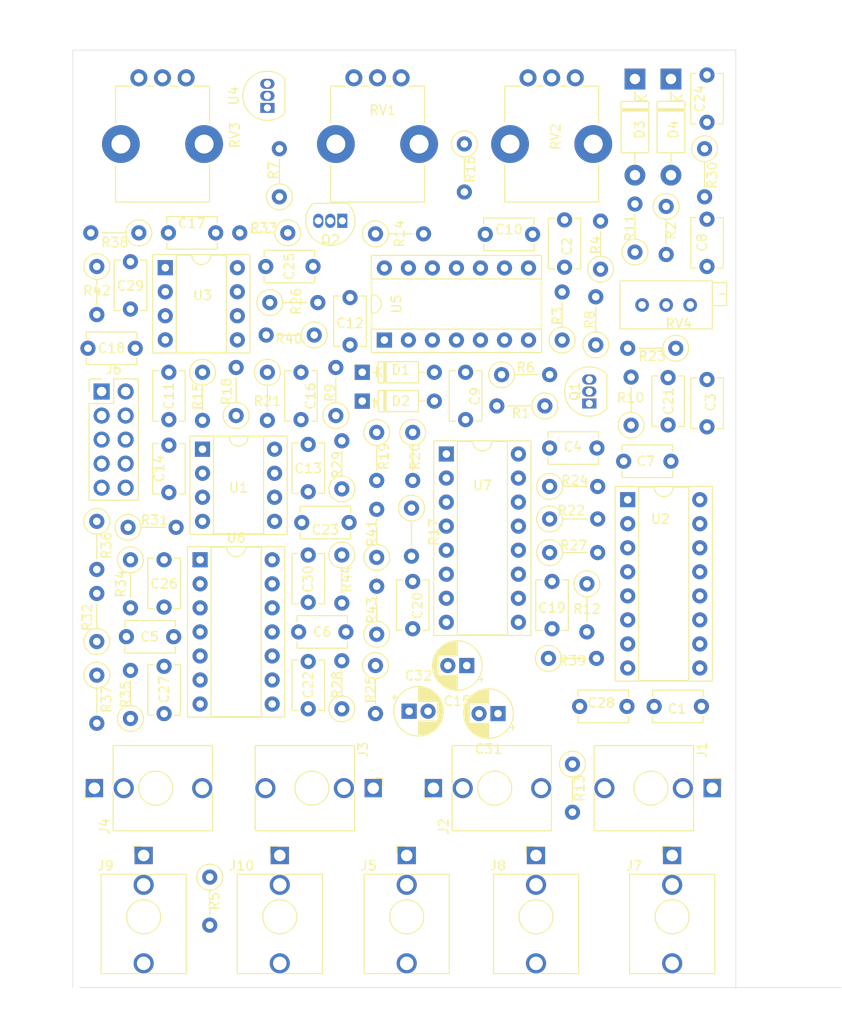
<source format=kicad_pcb>
(kicad_pcb (version 20171130) (host pcbnew "(5.1.0)-1")
  (layers (0 F.Cu signal) (31 B.Cu signal) (34 B.Paste user) (35 F.Paste user) (36 B.SilkS user) (37 F.SilkS user) (38 B.Mask user) (39 F.Mask user) (44 Edge.Cuts user))
  (net 0 "")
  (net 1 GND)
  (net 2 -12V)
  (net 3 "Net-(C2-Pad1)")
  (net 4 "Net-(C2-Pad2)")
  (net 5 +12V)
  (net 6 pin11)
  (net 7 "Net-(C4-Pad2)")
  (net 8 "Net-(C7-Pad1)")
  (net 9 -5VRef)
  (net 10 LP1)
  (net 11 pin4)
  (net 12 "Net-(C12-Pad2)")
  (net 13 "Net-(C12-Pad1)")
  (net 14 LP4)
  (net 15 "Net-(C15-Pad2)")
  (net 16 "Net-(C16-Pad1)")
  (net 17 In)
  (net 18 "Net-(C21-Pad2)")
  (net 19 "Net-(C22-Pad1)")
  (net 20 "Net-(C22-Pad2)")
  (net 21 pin13)
  (net 22 LP2)
  (net 23 "Net-(C24-Pad1)")
  (net 24 pin12)
  (net 25 LP3)
  (net 26 "Net-(C26-Pad2)")
  (net 27 "Net-(C26-Pad1)")
  (net 28 "Net-(C27-Pad1)")
  (net 29 "Net-(C27-Pad2)")
  (net 30 "Net-(C28-Pad1)")
  (net 31 pin5)
  (net 32 "Net-(C30-Pad1)")
  (net 33 "Net-(C30-Pad2)")
  (net 34 "Net-(D1-Pad1)")
  (net 35 "Net-(J1-PadTN)")
  (net 36 "Net-(J1-PadT)")
  (net 37 "Net-(J2-PadTN)")
  (net 38 "Net-(J2-PadT)")
  (net 39 "Net-(J3-PadT)")
  (net 40 "Net-(J3-PadTN)")
  (net 41 "Net-(J4-PadTN)")
  (net 42 "Net-(J5-PadTN)")
  (net 43 "Net-(J5-PadT)")
  (net 44 "Net-(J7-PadT)")
  (net 45 "Net-(J7-PadTN)")
  (net 46 "Net-(J8-PadT)")
  (net 47 "Net-(J8-PadTN)")
  (net 48 "Net-(J9-PadT)")
  (net 49 "Net-(J9-PadTN)")
  (net 50 "Net-(J10-PadTN)")
  (net 51 "Net-(J10-PadT)")
  (net 52 I_RES)
  (net 53 "Net-(Q1-Pad1)")
  (net 54 I_VCA)
  (net 55 "Net-(Q2-Pad1)")
  (net 56 "Net-(R1-Pad1)")
  (net 57 "Net-(R1-Pad2)")
  (net 58 "Net-(R2-Pad1)")
  (net 59 "Net-(R4-Pad2)")
  (net 60 "Net-(R7-Pad2)")
  (net 61 "Net-(R9-Pad1)")
  (net 62 pin2)
  (net 63 "Net-(R17-Pad1)")
  (net 64 pin15)
  (net 65 "Net-(R20-Pad2)")
  (net 66 "Net-(R22-Pad1)")
  (net 67 "Net-(R23-Pad2)")
  (net 68 pin10)
  (net 69 pin7)
  (net 70 "Net-(U2-Pad1)")
  (net 71 "Net-(U7-Pad9)")
  (net 72 "Net-(U7-Pad2)")
  (net 73 "Net-(U7-Pad10)")
  (net 74 "Net-(U7-Pad7)")
  (net 75 "Net-(U7-Pad15)")
  (net 76 "Net-(U7-Pad8)")
  (module Capacitor_THT:C_Disc_D5.1mm_W3.2mm_P5.00mm (layer F.Cu) (at 108.458 115.062)
    (fp_text reference C1 (at 2.413 0.254) (layer F.SilkS))
    (fp_text value 100n)
    (pad 1 thru_hole circle (at 0 0) (size 1.6 1.6) (drill 0.8) (layers *.Cu *.Mask) (net 1 GND))
    (pad 2 thru_hole circle (at 5 0) (size 1.6 1.6) (drill 0.8) (layers *.Cu *.Mask) (net 2 -12V))
  )
  (module Capacitor_THT:C_Disc_D5.1mm_W3.2mm_P5.00mm (layer F.Cu) (at 98.9838 63.6524 270)
    (fp_text reference C2 (at 2.794 -0.254 270) (layer F.SilkS))
    (fp_text value 560p)
    (pad 1 thru_hole circle (at 0 0 270) (size 1.6 1.6) (drill 0.8) (layers *.Cu *.Mask) (net 3 "Net-(C2-Pad1)"))
    (pad 2 thru_hole circle (at 5 0 270) (size 1.6 1.6) (drill 0.8) (layers *.Cu *.Mask) (net 4 "Net-(C2-Pad2)"))
  )
  (module Capacitor_THT:C_Disc_D5.1mm_W3.2mm_P5.00mm (layer F.Cu) (at 114.046 80.518 270)
    (fp_text reference C3 (at 2.413 -0.381 270) (layer F.SilkS))
    (fp_text value 100n)
    (pad 2 thru_hole circle (at 5 0 270) (size 1.6 1.6) (drill 0.8) (layers *.Cu *.Mask) (net 5 +12V))
    (pad 1 thru_hole circle (at 0 0 270) (size 1.6 1.6) (drill 0.8) (layers *.Cu *.Mask) (net 1 GND))
  )
  (module Capacitor_THT:C_Disc_D5.1mm_W3.2mm_P5.00mm (layer F.Cu) (at 97.409 87.757)
    (fp_text reference C4 (at 2.4638 -0.127) (layer F.SilkS))
    (fp_text value 560p)
    (pad 1 thru_hole circle (at 0 0) (size 1.6 1.6) (drill 0.8) (layers *.Cu *.Mask) (net 6 pin11))
    (pad 2 thru_hole circle (at 5 0) (size 1.6 1.6) (drill 0.8) (layers *.Cu *.Mask) (net 7 "Net-(C4-Pad2)"))
  )
  (module Capacitor_THT:C_Disc_D5.1mm_W3.2mm_P5.00mm (layer F.Cu) (at 57.658 107.696 180)
    (fp_text reference C5 (at 2.54 0 180) (layer F.SilkS))
    (fp_text value 100n)
    (pad 1 thru_hole circle (at 0 0 180) (size 1.6 1.6) (drill 0.8) (layers *.Cu *.Mask) (net 5 +12V))
    (pad 2 thru_hole circle (at 5 0 180) (size 1.6 1.6) (drill 0.8) (layers *.Cu *.Mask) (net 1 GND))
  )
  (module Capacitor_THT:C_Disc_D5.1mm_W3.2mm_P5.00mm (layer F.Cu) (at 70.866 107.188)
    (fp_text reference C6 (at 2.5 0) (layer F.SilkS))
    (fp_text value 100n)
    (pad 1 thru_hole circle (at 0 0) (size 1.6 1.6) (drill 0.8) (layers *.Cu *.Mask) (net 2 -12V))
    (pad 2 thru_hole circle (at 5 0) (size 1.6 1.6) (drill 0.8) (layers *.Cu *.Mask) (net 1 GND))
  )
  (module Capacitor_THT:C_Disc_D5.1mm_W3.2mm_P5.00mm (layer F.Cu) (at 110.236 89.154 180)
    (fp_text reference C7 (at 2.667 0 180) (layer F.SilkS))
    (fp_text value 560p)
    (pad 1 thru_hole circle (at 0 0 180) (size 1.6 1.6) (drill 0.8) (layers *.Cu *.Mask) (net 8 "Net-(C7-Pad1)"))
    (pad 2 thru_hole circle (at 5 0 180) (size 1.6 1.6) (drill 0.8) (layers *.Cu *.Mask) (net 1 GND))
  )
  (module Capacitor_THT:C_Disc_D5.1mm_W3.2mm_P5.00mm (layer F.Cu) (at 114.046 68.58 90)
    (fp_text reference C8 (at 2.54 -0.508 90) (layer F.SilkS))
    (fp_text value 220n)
    (pad 2 thru_hole circle (at 5 0 90) (size 1.6 1.6) (drill 0.8) (layers *.Cu *.Mask) (net 9 -5VRef))
    (pad 1 thru_hole circle (at 0 0 90) (size 1.6 1.6) (drill 0.8) (layers *.Cu *.Mask) (net 1 GND))
  )
  (module Capacitor_THT:C_Disc_D5.1mm_W3.2mm_P5.00mm (layer F.Cu) (at 88.519 79.756 270)
    (fp_text reference C9 (at 2.54 -1.016 270) (layer F.SilkS))
    (fp_text value 100n)
    (pad 1 thru_hole circle (at 0 0 270) (size 1.6 1.6) (drill 0.8) (layers *.Cu *.Mask) (net 5 +12V))
    (pad 2 thru_hole circle (at 5 0 270) (size 1.6 1.6) (drill 0.8) (layers *.Cu *.Mask) (net 1 GND))
  )
  (module Capacitor_THT:C_Disc_D5.1mm_W3.2mm_P5.00mm (layer F.Cu) (at 90.6018 65.1764)
    (fp_text reference C10 (at 2.5 -0.508) (layer F.SilkS))
    (fp_text value 100n)
    (pad 2 thru_hole circle (at 5 0) (size 1.6 1.6) (drill 0.8) (layers *.Cu *.Mask) (net 1 GND))
    (pad 1 thru_hole circle (at 0 0) (size 1.6 1.6) (drill 0.8) (layers *.Cu *.Mask) (net 2 -12V))
  )
  (module Capacitor_THT:C_Disc_D5.1mm_W3.2mm_P5.00mm (layer F.Cu) (at 57.15 79.756 270)
    (fp_text reference C11 (at 2.5 0 270) (layer F.SilkS))
    (fp_text value 220p)
    (pad 1 thru_hole circle (at 0 0 270) (size 1.6 1.6) (drill 0.8) (layers *.Cu *.Mask) (net 10 LP1))
    (pad 2 thru_hole circle (at 5 0 270) (size 1.6 1.6) (drill 0.8) (layers *.Cu *.Mask) (net 11 pin4))
  )
  (module Capacitor_THT:C_Disc_D5.1mm_W3.2mm_P5.00mm (layer F.Cu) (at 76.3016 76.8604 90)
    (fp_text reference C12 (at 2.286 0 180) (layer F.SilkS))
    (fp_text value 560p)
    (pad 2 thru_hole circle (at 5 0 90) (size 1.6 1.6) (drill 0.8) (layers *.Cu *.Mask) (net 12 "Net-(C12-Pad2)"))
    (pad 1 thru_hole circle (at 0 0 90) (size 1.6 1.6) (drill 0.8) (layers *.Cu *.Mask) (net 13 "Net-(C12-Pad1)"))
  )
  (module Capacitor_THT:C_Disc_D5.1mm_W3.2mm_P5.00mm (layer F.Cu) (at 71.882 87.376 270)
    (fp_text reference C13 (at 2.54 0) (layer F.SilkS))
    (fp_text value 100n)
    (pad 2 thru_hole circle (at 5 0 270) (size 1.6 1.6) (drill 0.8) (layers *.Cu *.Mask) (net 1 GND))
    (pad 1 thru_hole circle (at 0 0 270) (size 1.6 1.6) (drill 0.8) (layers *.Cu *.Mask) (net 5 +12V))
  )
  (module Capacitor_THT:C_Disc_D5.1mm_W3.2mm_P5.00mm (layer F.Cu) (at 57.15 92.456 90)
    (fp_text reference C14 (at 2.54 -1.016 90) (layer F.SilkS))
    (fp_text value 100n)
    (pad 1 thru_hole circle (at 0 0 90) (size 1.6 1.6) (drill 0.8) (layers *.Cu *.Mask) (net 2 -12V))
    (pad 2 thru_hole circle (at 5 0 90) (size 1.6 1.6) (drill 0.8) (layers *.Cu *.Mask) (net 1 GND))
  )
  (module Capacitor_THT:CP_Radial_D5.0mm_P2.00mm (layer F.Cu) (at 88.646 110.744 180)
    (fp_text reference C15 (at 1 -3.75 180) (layer F.SilkS))
    (fp_text value 4.7u)
    (pad 1 thru_hole rect (at 0 0 180) (size 1.6 1.6) (drill 0.8) (layers *.Cu *.Mask) (net 14 LP4))
    (pad 2 thru_hole circle (at 2 0 180) (size 1.6 1.6) (drill 0.8) (layers *.Cu *.Mask) (net 15 "Net-(C15-Pad2)"))
  )
  (module Capacitor_THT:C_Disc_D5.1mm_W3.2mm_P5.00mm (layer F.Cu) (at 71.12 79.756 270)
    (fp_text reference C16 (at 2.5 -1.016 270) (layer F.SilkS))
    (fp_text value 560p)
    (pad 2 thru_hole circle (at 5 0 270) (size 1.6 1.6) (drill 0.8) (layers *.Cu *.Mask) (net 1 GND))
    (pad 1 thru_hole circle (at 0 0 270) (size 1.6 1.6) (drill 0.8) (layers *.Cu *.Mask) (net 16 "Net-(C16-Pad1)"))
  )
  (module Capacitor_THT:C_Disc_D5.1mm_W3.2mm_P5.00mm (layer F.Cu) (at 62.103 65.024 180)
    (fp_text reference C17 (at 2.54 1.016 180) (layer F.SilkS))
    (fp_text value 100n)
    (pad 2 thru_hole circle (at 5 0 180) (size 1.6 1.6) (drill 0.8) (layers *.Cu *.Mask) (net 1 GND))
    (pad 1 thru_hole circle (at 0 0 180) (size 1.6 1.6) (drill 0.8) (layers *.Cu *.Mask) (net 5 +12V))
  )
  (module Capacitor_THT:C_Disc_D5.1mm_W3.2mm_P5.00mm (layer F.Cu) (at 53.594 77.216 180)
    (fp_text reference C18 (at 2.5 0 180) (layer F.SilkS))
    (fp_text value 100n)
    (pad 1 thru_hole circle (at 0 0 180) (size 1.6 1.6) (drill 0.8) (layers *.Cu *.Mask) (net 2 -12V))
    (pad 2 thru_hole circle (at 5 0 180) (size 1.6 1.6) (drill 0.8) (layers *.Cu *.Mask) (net 1 GND))
  )
  (module Capacitor_THT:C_Disc_D5.1mm_W3.2mm_P5.00mm (layer F.Cu) (at 97.663 101.854 270)
    (fp_text reference C19 (at 2.794 0) (layer F.SilkS))
    (fp_text value 100n)
    (pad 1 thru_hole circle (at 0 0 270) (size 1.6 1.6) (drill 0.8) (layers *.Cu *.Mask) (net 5 +12V))
    (pad 2 thru_hole circle (at 5 0 270) (size 1.6 1.6) (drill 0.8) (layers *.Cu *.Mask) (net 1 GND))
  )
  (module Capacitor_THT:C_Disc_D5.1mm_W3.2mm_P5.00mm (layer F.Cu) (at 82.931 101.854 270)
    (fp_text reference C20 (at 2.54 -0.508 270) (layer F.SilkS))
    (fp_text value 100n)
    (pad 2 thru_hole circle (at 5 0 270) (size 1.6 1.6) (drill 0.8) (layers *.Cu *.Mask) (net 1 GND))
    (pad 1 thru_hole circle (at 0 0 270) (size 1.6 1.6) (drill 0.8) (layers *.Cu *.Mask) (net 2 -12V))
  )
  (module Capacitor_THT:C_Disc_D5.1mm_W3.2mm_P5.00mm (layer F.Cu) (at 109.9312 80.3148 270)
    (fp_text reference C21 (at 2.5 -0.0508 270) (layer F.SilkS))
    (fp_text value 220p)
    (pad 1 thru_hole circle (at 0 0 270) (size 1.6 1.6) (drill 0.8) (layers *.Cu *.Mask) (net 17 In))
    (pad 2 thru_hole circle (at 5 0 270) (size 1.6 1.6) (drill 0.8) (layers *.Cu *.Mask) (net 18 "Net-(C21-Pad2)"))
  )
  (module Capacitor_THT:C_Disc_D5.1mm_W3.2mm_P5.00mm (layer F.Cu) (at 71.882 115.316 90)
    (fp_text reference C22 (at 2.54 0 90) (layer F.SilkS))
    (fp_text value 47p)
    (pad 1 thru_hole circle (at 0 0 90) (size 1.6 1.6) (drill 0.8) (layers *.Cu *.Mask) (net 19 "Net-(C22-Pad1)"))
    (pad 2 thru_hole circle (at 5 0 90) (size 1.6 1.6) (drill 0.8) (layers *.Cu *.Mask) (net 20 "Net-(C22-Pad2)"))
  )
  (module Capacitor_THT:C_Disc_D5.1mm_W3.2mm_P5.00mm (layer F.Cu) (at 76.2 95.631 180)
    (fp_text reference C23 (at 2.5 -0.762 180) (layer F.SilkS))
    (fp_text value 220p)
    (pad 2 thru_hole circle (at 5 0 180) (size 1.6 1.6) (drill 0.8) (layers *.Cu *.Mask) (net 21 pin13))
    (pad 1 thru_hole circle (at 0 0 180) (size 1.6 1.6) (drill 0.8) (layers *.Cu *.Mask) (net 22 LP2))
  )
  (module Capacitor_THT:C_Disc_D5.1mm_W3.2mm_P5.00mm (layer F.Cu) (at 114.046 53.34 90)
    (fp_text reference C24 (at 2.5 -0.762 90) (layer F.SilkS))
    (fp_text value 560p)
    (pad 2 thru_hole circle (at 5 0 90) (size 1.6 1.6) (drill 0.8) (layers *.Cu *.Mask) (net 1 GND))
    (pad 1 thru_hole circle (at 0 0 90) (size 1.6 1.6) (drill 0.8) (layers *.Cu *.Mask) (net 23 "Net-(C24-Pad1)"))
  )
  (module Capacitor_THT:C_Disc_D5.1mm_W3.2mm_P5.00mm (layer F.Cu) (at 72.39 68.58 180)
    (fp_text reference C25 (at 2.5 0 270) (layer F.SilkS))
    (fp_text value 220p)
    (pad 2 thru_hole circle (at 5 0 180) (size 1.6 1.6) (drill 0.8) (layers *.Cu *.Mask) (net 24 pin12))
    (pad 1 thru_hole circle (at 0 0 180) (size 1.6 1.6) (drill 0.8) (layers *.Cu *.Mask) (net 25 LP3))
  )
  (module Capacitor_THT:C_Disc_D5.1mm_W3.2mm_P5.00mm (layer F.Cu) (at 56.642 99.568 270)
    (fp_text reference C26 (at 2.54 0) (layer F.SilkS))
    (fp_text value 47p)
    (pad 2 thru_hole circle (at 5 0 270) (size 1.6 1.6) (drill 0.8) (layers *.Cu *.Mask) (net 26 "Net-(C26-Pad2)"))
    (pad 1 thru_hole circle (at 0 0 270) (size 1.6 1.6) (drill 0.8) (layers *.Cu *.Mask) (net 27 "Net-(C26-Pad1)"))
  )
  (module Capacitor_THT:C_Disc_D5.1mm_W3.2mm_P5.00mm (layer F.Cu) (at 56.642 115.824 90)
    (fp_text reference C27 (at 2.54 0 90) (layer F.SilkS))
    (fp_text value 47p)
    (pad 1 thru_hole circle (at 0 0 90) (size 1.6 1.6) (drill 0.8) (layers *.Cu *.Mask) (net 28 "Net-(C27-Pad1)"))
    (pad 2 thru_hole circle (at 5 0 90) (size 1.6 1.6) (drill 0.8) (layers *.Cu *.Mask) (net 29 "Net-(C27-Pad2)"))
  )
  (module Capacitor_THT:C_Disc_D5.1mm_W3.2mm_P5.00mm (layer F.Cu) (at 100.584 115.062)
    (fp_text reference C28 (at 2.286 -0.381) (layer F.SilkS))
    (fp_text value 560p)
    (pad 2 thru_hole circle (at 5 0) (size 1.6 1.6) (drill 0.8) (layers *.Cu *.Mask) (net 1 GND))
    (pad 1 thru_hole circle (at 0 0) (size 1.6 1.6) (drill 0.8) (layers *.Cu *.Mask) (net 30 "Net-(C28-Pad1)"))
  )
  (module Capacitor_THT:C_Disc_D5.1mm_W3.2mm_P5.00mm (layer F.Cu) (at 53.086 68.072 270)
    (fp_text reference C29 (at 2.54 0) (layer F.SilkS))
    (fp_text value 220p)
    (pad 2 thru_hole circle (at 5 0 270) (size 1.6 1.6) (drill 0.8) (layers *.Cu *.Mask) (net 31 pin5))
    (pad 1 thru_hole circle (at 0 0 270) (size 1.6 1.6) (drill 0.8) (layers *.Cu *.Mask) (net 14 LP4))
  )
  (module Capacitor_THT:C_Disc_D5.1mm_W3.2mm_P5.00mm (layer F.Cu) (at 71.882 99.06 270)
    (fp_text reference C30 (at 2.54 0 270) (layer F.SilkS))
    (fp_text value 47p)
    (pad 1 thru_hole circle (at 0 0 270) (size 1.6 1.6) (drill 0.8) (layers *.Cu *.Mask) (net 32 "Net-(C30-Pad1)"))
    (pad 2 thru_hole circle (at 5 0 270) (size 1.6 1.6) (drill 0.8) (layers *.Cu *.Mask) (net 33 "Net-(C30-Pad2)"))
  )
  (module Capacitor_THT:CP_Radial_D5.0mm_P2.00mm (layer F.Cu) (at 91.948 115.824 180)
    (fp_text reference C31 (at 1 -3.75 180) (layer F.SilkS))
    (fp_text value 47u)
    (pad 2 thru_hole circle (at 2 0 180) (size 1.6 1.6) (drill 0.8) (layers *.Cu *.Mask) (net 1 GND))
    (pad 1 thru_hole rect (at 0 0 180) (size 1.6 1.6) (drill 0.8) (layers *.Cu *.Mask) (net 5 +12V))
  )
  (module Capacitor_THT:CP_Radial_D5.0mm_P2.00mm (layer F.Cu) (at 82.55 115.57)
    (fp_text reference C32 (at 1 -3.75) (layer F.SilkS))
    (fp_text value 47u)
    (pad 1 thru_hole rect (at 0 0) (size 1.6 1.6) (drill 0.8) (layers *.Cu *.Mask) (net 1 GND))
    (pad 2 thru_hole circle (at 2 0) (size 1.6 1.6) (drill 0.8) (layers *.Cu *.Mask) (net 2 -12V))
  )
  (module Diode_THT:D_DO-35_SOD27_P7.62mm_Horizontal (layer F.Cu) (at 77.597 79.756)
    (fp_text reference D1 (at 4.064 -0.254) (layer F.SilkS))
    (fp_text value 1N4148)
    (fp_text user K (at 1.778 0) (layer F.SilkS))
    (pad 1 thru_hole rect (at 0 0) (size 1.6 1.6) (drill 0.8) (layers *.Cu *.Mask) (net 34 "Net-(D1-Pad1)"))
    (pad 2 thru_hole oval (at 7.62 0) (size 1.6 1.6) (drill 0.8) (layers *.Cu *.Mask) (net 7 "Net-(C4-Pad2)"))
  )
  (module Diode_THT:D_DO-35_SOD27_P7.62mm_Horizontal (layer F.Cu) (at 77.597 82.804)
    (fp_text reference D2 (at 4.064 0) (layer F.SilkS))
    (fp_text value 1N4148)
    (fp_text user K (at 1.524 0.254) (layer F.SilkS))
    (pad 2 thru_hole oval (at 7.62 0) (size 1.6 1.6) (drill 0.8) (layers *.Cu *.Mask) (net 34 "Net-(D1-Pad1)"))
    (pad 1 thru_hole rect (at 0 0) (size 1.6 1.6) (drill 0.8) (layers *.Cu *.Mask) (net 6 pin11))
  )
  (module Diode_THT:D_DO-41_SOD81_P10.16mm_Horizontal (layer F.Cu) (at 106.426 48.768 270)
    (fp_text reference D3 (at 5.334 -0.508 270) (layer F.SilkS))
    (fp_text value 1N5819)
    (fp_text user K (at 2.032 -0.762 270) (layer F.SilkS))
    (pad 1 thru_hole rect (at 0 0 270) (size 2.2 2.2) (drill 1.1) (layers *.Cu *.Mask) (net 5 +12V))
    (pad 2 thru_hole oval (at 10.16 0 270) (size 2.2 2.2) (drill 1.1) (layers *.Cu *.Mask) (net 1 GND))
  )
  (module Diode_THT:D_DO-41_SOD81_P10.16mm_Horizontal (layer F.Cu) (at 110.236 48.768 270)
    (fp_text reference D4 (at 5.334 -0.254 270) (layer F.SilkS))
    (fp_text value 1N5819)
    (fp_text user K (at 2.032 -0.762 270) (layer F.SilkS))
    (pad 2 thru_hole oval (at 10.16 0 270) (size 2.2 2.2) (drill 1.1) (layers *.Cu *.Mask) (net 2 -12V))
    (pad 1 thru_hole rect (at 0 0 270) (size 2.2 2.2) (drill 1.1) (layers *.Cu *.Mask) (net 1 GND))
  )
  (module Connector_Audio:Jack_3.5mm_QingPu_WQP-PJ398SM_Vertical_CircularHoles (layer F.Cu) (at 114.598332 123.698 270)
    (fp_text reference J1 (at -4.03 1.08 90) (layer F.SilkS))
    (fp_text value "CV Mod")
    (pad TN thru_hole circle (at 0 3.1 90) (size 2.13 2.13) (drill 1.42) (layers *.Cu *.Mask) (net 35 "Net-(J1-PadTN)"))
    (pad S thru_hole rect (at 0 0 90) (size 1.93 1.83) (drill 1.22) (layers *.Cu *.Mask) (net 1 GND))
    (pad T thru_hole circle (at 0 11.4 90) (size 2.13 2.13) (drill 1.43) (layers *.Cu *.Mask) (net 36 "Net-(J1-PadT)"))
  )
  (module Connector_Audio:Jack_3.5mm_QingPu_WQP-PJ398SM_Vertical_CircularHoles (layer F.Cu) (at 85.117554 123.698 90)
    (fp_text reference J2 (at -4.03 1.08 270) (layer F.SilkS))
    (fp_text value Q_CV)
    (pad TN thru_hole circle (at 0 3.1 270) (size 2.13 2.13) (drill 1.42) (layers *.Cu *.Mask) (net 37 "Net-(J2-PadTN)"))
    (pad S thru_hole rect (at 0 0 270) (size 1.93 1.83) (drill 1.22) (layers *.Cu *.Mask) (net 1 GND))
    (pad T thru_hole circle (at 0 11.4 270) (size 2.13 2.13) (drill 1.43) (layers *.Cu *.Mask) (net 38 "Net-(J2-PadT)"))
  )
  (module Connector_Audio:Jack_3.5mm_QingPu_WQP-PJ398SM_Vertical_CircularHoles (layer F.Cu) (at 78.756777 123.698 270)
    (fp_text reference J3 (at -4.03 1.08 90) (layer F.SilkS))
    (fp_text value "CV In")
    (pad T thru_hole circle (at 0 11.4 90) (size 2.13 2.13) (drill 1.43) (layers *.Cu *.Mask) (net 39 "Net-(J3-PadT)"))
    (pad S thru_hole rect (at 0 0 90) (size 1.93 1.83) (drill 1.22) (layers *.Cu *.Mask) (net 1 GND))
    (pad TN thru_hole circle (at 0 3.1 90) (size 2.13 2.13) (drill 1.42) (layers *.Cu *.Mask) (net 40 "Net-(J3-PadTN)"))
  )
  (module Connector_Audio:Jack_3.5mm_QingPu_WQP-PJ398SM_Vertical_CircularHoles (layer F.Cu) (at 49.276 123.698 90)
    (fp_text reference J4 (at -4.03 1.08 270) (layer F.SilkS))
    (fp_text value Input)
    (pad TN thru_hole circle (at 0 3.1 270) (size 2.13 2.13) (drill 1.42) (layers *.Cu *.Mask) (net 41 "Net-(J4-PadTN)"))
    (pad S thru_hole rect (at 0 0 270) (size 1.93 1.83) (drill 1.22) (layers *.Cu *.Mask) (net 1 GND))
    (pad T thru_hole circle (at 0 11.4 270) (size 2.13 2.13) (drill 1.43) (layers *.Cu *.Mask) (net 17 In))
  )
  (module Connector_Audio:Jack_3.5mm_QingPu_WQP-PJ398SM_Vertical_CircularHoles (layer F.Cu) (at 82.296 130.81)
    (fp_text reference J5 (at -4.03 1.08 180) (layer F.SilkS))
    (fp_text value VCA_CV)
    (pad TN thru_hole circle (at 0 3.1 180) (size 2.13 2.13) (drill 1.42) (layers *.Cu *.Mask) (net 42 "Net-(J5-PadTN)"))
    (pad S thru_hole rect (at 0 0 180) (size 1.93 1.83) (drill 1.22) (layers *.Cu *.Mask) (net 1 GND))
    (pad T thru_hole circle (at 0 11.4 180) (size 2.13 2.13) (drill 1.43) (layers *.Cu *.Mask) (net 43 "Net-(J5-PadT)"))
  )
  (module Connector_PinHeader_2.54mm:PinHeader_2x05_P2.54mm_Vertical (layer F.Cu) (at 50.038 81.788)
    (fp_text reference J6 (at 1.27 -2.33) (layer F.SilkS))
    (fp_text value Power)
    (pad 1 thru_hole rect (at 0 0) (size 1.7 1.7) (drill 1) (layers *.Cu *.Mask) (net 5 +12V))
    (pad 2 thru_hole oval (at 2.54 0) (size 1.7 1.7) (drill 1) (layers *.Cu *.Mask) (net 5 +12V))
    (pad 3 thru_hole oval (at 0 2.54) (size 1.7 1.7) (drill 1) (layers *.Cu *.Mask) (net 1 GND))
    (pad 4 thru_hole oval (at 2.54 2.54) (size 1.7 1.7) (drill 1) (layers *.Cu *.Mask) (net 1 GND))
    (pad 5 thru_hole oval (at 0 5.08) (size 1.7 1.7) (drill 1) (layers *.Cu *.Mask) (net 1 GND))
    (pad 6 thru_hole oval (at 2.54 5.08) (size 1.7 1.7) (drill 1) (layers *.Cu *.Mask) (net 1 GND))
    (pad 7 thru_hole oval (at 0 7.62) (size 1.7 1.7) (drill 1) (layers *.Cu *.Mask) (net 1 GND))
    (pad 8 thru_hole oval (at 2.54 7.62) (size 1.7 1.7) (drill 1) (layers *.Cu *.Mask) (net 1 GND))
    (pad 9 thru_hole oval (at 0 10.16) (size 1.7 1.7) (drill 1) (layers *.Cu *.Mask) (net 2 -12V))
    (pad 10 thru_hole oval (at 2.54 10.16) (size 1.7 1.7) (drill 1) (layers *.Cu *.Mask) (net 2 -12V))
  )
  (module Connector_Audio:Jack_3.5mm_QingPu_WQP-PJ398SM_Vertical_CircularHoles (layer F.Cu) (at 110.363 130.81)
    (fp_text reference J7 (at -4.03 1.08 180) (layer F.SilkS))
    (fp_text value "VCA Out")
    (pad T thru_hole circle (at 0 11.4 180) (size 2.13 2.13) (drill 1.43) (layers *.Cu *.Mask) (net 44 "Net-(J7-PadT)"))
    (pad S thru_hole rect (at 0 0 180) (size 1.93 1.83) (drill 1.22) (layers *.Cu *.Mask) (net 1 GND))
    (pad TN thru_hole circle (at 0 3.1 180) (size 2.13 2.13) (drill 1.42) (layers *.Cu *.Mask) (net 45 "Net-(J7-PadTN)"))
  )
  (module Connector_Audio:Jack_3.5mm_QingPu_WQP-PJ398SM_Vertical_CircularHoles (layer F.Cu) (at 95.969666 130.81)
    (fp_text reference J8 (at -4.03 1.08 180) (layer F.SilkS))
    (fp_text value "LP4 Out")
    (pad T thru_hole circle (at 0 11.4 180) (size 2.13 2.13) (drill 1.43) (layers *.Cu *.Mask) (net 46 "Net-(J8-PadT)"))
    (pad S thru_hole rect (at 0 0 180) (size 1.93 1.83) (drill 1.22) (layers *.Cu *.Mask) (net 1 GND))
    (pad TN thru_hole circle (at 0 3.1 180) (size 2.13 2.13) (drill 1.42) (layers *.Cu *.Mask) (net 47 "Net-(J8-PadTN)"))
  )
  (module Connector_Audio:Jack_3.5mm_QingPu_WQP-PJ398SM_Vertical_CircularHoles (layer F.Cu) (at 54.483 130.81)
    (fp_text reference J9 (at -4.03 1.08 180) (layer F.SilkS))
    (fp_text value "LP2 Out")
    (pad T thru_hole circle (at 0 11.4 180) (size 2.13 2.13) (drill 1.43) (layers *.Cu *.Mask) (net 48 "Net-(J9-PadT)"))
    (pad S thru_hole rect (at 0 0 180) (size 1.93 1.83) (drill 1.22) (layers *.Cu *.Mask) (net 1 GND))
    (pad TN thru_hole circle (at 0 3.1 180) (size 2.13 2.13) (drill 1.42) (layers *.Cu *.Mask) (net 49 "Net-(J9-PadTN)"))
  )
  (module Connector_Audio:Jack_3.5mm_QingPu_WQP-PJ398SM_Vertical_CircularHoles (layer F.Cu) (at 68.876333 130.81)
    (fp_text reference J10 (at -4.03 1.08 180) (layer F.SilkS))
    (fp_text value "BP2 Out")
    (pad TN thru_hole circle (at 0 3.1 180) (size 2.13 2.13) (drill 1.42) (layers *.Cu *.Mask) (net 50 "Net-(J10-PadTN)"))
    (pad S thru_hole rect (at 0 0 180) (size 1.93 1.83) (drill 1.22) (layers *.Cu *.Mask) (net 1 GND))
    (pad T thru_hole circle (at 0 11.4 180) (size 2.13 2.13) (drill 1.43) (layers *.Cu *.Mask) (net 51 "Net-(J10-PadT)"))
  )
  (module Package_TO_SOT_THT:TO-92_Inline (layer F.Cu) (at 101.6 83.058 90)
    (fp_text reference Q1 (at 1.27 -1.524 90) (layer F.SilkS))
    (fp_text value 2N3906)
    (pad 2 thru_hole oval (at 1.27 0 90) (size 1.05 1.5) (drill 0.75) (layers *.Cu *.Mask) (net 3 "Net-(C2-Pad1)"))
    (pad 3 thru_hole oval (at 2.54 0 90) (size 1.05 1.5) (drill 0.75) (layers *.Cu *.Mask) (net 52 I_RES))
    (pad 1 thru_hole rect (at 0 0 90) (size 1.05 1.5) (drill 0.75) (layers *.Cu *.Mask) (net 53 "Net-(Q1-Pad1)"))
  )
  (module Package_TO_SOT_THT:TO-92_Inline (layer F.Cu) (at 75.4888 63.754 180)
    (fp_text reference Q2 (at 1.27 -2.032 180) (layer F.SilkS))
    (fp_text value 2N3906)
    (pad 2 thru_hole oval (at 1.27 0 180) (size 1.05 1.5) (drill 0.75) (layers *.Cu *.Mask) (net 13 "Net-(C12-Pad1)"))
    (pad 3 thru_hole oval (at 2.54 0 180) (size 1.05 1.5) (drill 0.75) (layers *.Cu *.Mask) (net 54 I_VCA))
    (pad 1 thru_hole rect (at 0 0 180) (size 1.05 1.5) (drill 0.75) (layers *.Cu *.Mask) (net 55 "Net-(Q2-Pad1)"))
  )
  (module Resistor_THT:R_Axial_DIN0207_L6.3mm_D2.5mm_P5.08mm_Vertical (layer F.Cu) (at 96.901 83.312 180)
    (fp_text reference R1 (at 2.54 -0.762 180) (layer F.SilkS))
    (fp_text value 100K)
    (pad 1 thru_hole circle (at 0 0 180) (size 1.6 1.6) (drill 0.8) (layers *.Cu *.Mask) (net 56 "Net-(R1-Pad1)"))
    (pad 2 thru_hole oval (at 5.08 0 180) (size 1.6 1.6) (drill 0.8) (layers *.Cu *.Mask) (net 57 "Net-(R1-Pad2)"))
  )
  (module Resistor_THT:R_Axial_DIN0207_L6.3mm_D2.5mm_P5.08mm_Vertical (layer F.Cu) (at 109.728 62.23 270)
    (fp_text reference R2 (at 2.54 -0.508 270) (layer F.SilkS))
    (fp_text value 100K)
    (pad 1 thru_hole circle (at 0 0 270) (size 1.6 1.6) (drill 0.8) (layers *.Cu *.Mask) (net 58 "Net-(R2-Pad1)"))
    (pad 2 thru_hole oval (at 5.08 0 270) (size 1.6 1.6) (drill 0.8) (layers *.Cu *.Mask) (net 36 "Net-(J1-PadT)"))
  )
  (module Resistor_THT:R_Axial_DIN0207_L6.3mm_D2.5mm_P5.08mm_Vertical (layer F.Cu) (at 98.7298 76.3524 90)
    (fp_text reference R3 (at 2.54 -0.508 90) (layer F.SilkS))
    (fp_text value 22K)
    (pad 1 thru_hole circle (at 0 0 90) (size 1.6 1.6) (drill 0.8) (layers *.Cu *.Mask) (net 4 "Net-(C2-Pad2)"))
    (pad 2 thru_hole oval (at 5.08 0 90) (size 1.6 1.6) (drill 0.8) (layers *.Cu *.Mask) (net 38 "Net-(J2-PadT)"))
  )
  (module Resistor_THT:R_Axial_DIN0207_L6.3mm_D2.5mm_P5.08mm_Vertical (layer F.Cu) (at 102.7938 68.8594 90)
    (fp_text reference R4 (at 2.54 -0.508 90) (layer F.SilkS))
    (fp_text value 62K)
    (pad 1 thru_hole circle (at 0 0 90) (size 1.6 1.6) (drill 0.8) (layers *.Cu *.Mask) (net 4 "Net-(C2-Pad2)"))
    (pad 2 thru_hole oval (at 5.08 0 90) (size 1.6 1.6) (drill 0.8) (layers *.Cu *.Mask) (net 59 "Net-(R4-Pad2)"))
  )
  (module Resistor_THT:R_Axial_DIN0207_L6.3mm_D2.5mm_P5.08mm_Vertical (layer F.Cu) (at 61.468 133.096 270)
    (fp_text reference R5 (at 2.54 -0.508 270) (layer F.SilkS))
    (fp_text value 100K)
    (pad 2 thru_hole oval (at 5.08 0 270) (size 1.6 1.6) (drill 0.8) (layers *.Cu *.Mask) (net 39 "Net-(J3-PadT)"))
    (pad 1 thru_hole circle (at 0 0 270) (size 1.6 1.6) (drill 0.8) (layers *.Cu *.Mask) (net 7 "Net-(C4-Pad2)"))
  )
  (module Resistor_THT:R_Axial_DIN0207_L6.3mm_D2.5mm_P5.08mm_Vertical (layer F.Cu) (at 92.329 80.01)
    (fp_text reference R6 (at 2.54 -0.762) (layer F.SilkS))
    (fp_text value 100K)
    (pad 2 thru_hole oval (at 5.08 0) (size 1.6 1.6) (drill 0.8) (layers *.Cu *.Mask) (net 56 "Net-(R1-Pad1)"))
    (pad 1 thru_hole circle (at 0 0) (size 1.6 1.6) (drill 0.8) (layers *.Cu *.Mask) (net 7 "Net-(C4-Pad2)"))
  )
  (module Resistor_THT:R_Axial_DIN0207_L6.3mm_D2.5mm_P5.08mm_Vertical (layer F.Cu) (at 68.834 61.214 90)
    (fp_text reference R7 (at 2.794 -0.635 90) (layer F.SilkS))
    (fp_text value 47K)
    (pad 1 thru_hole circle (at 0 0 90) (size 1.6 1.6) (drill 0.8) (layers *.Cu *.Mask) (net 7 "Net-(C4-Pad2)"))
    (pad 2 thru_hole oval (at 5.08 0 90) (size 1.6 1.6) (drill 0.8) (layers *.Cu *.Mask) (net 60 "Net-(R7-Pad2)"))
  )
  (module Resistor_THT:R_Axial_DIN0207_L6.3mm_D2.5mm_P5.08mm_Vertical (layer F.Cu) (at 102.2858 76.8604 90)
    (fp_text reference R8 (at 2.667 -0.635 90) (layer F.SilkS))
    (fp_text value 47K)
    (pad 2 thru_hole oval (at 5.08 0 90) (size 1.6 1.6) (drill 0.8) (layers *.Cu *.Mask) (net 4 "Net-(C2-Pad2)"))
    (pad 1 thru_hole circle (at 0 0 90) (size 1.6 1.6) (drill 0.8) (layers *.Cu *.Mask) (net 53 "Net-(Q1-Pad1)"))
  )
  (module Resistor_THT:R_Axial_DIN0207_L6.3mm_D2.5mm_P5.08mm_Vertical (layer F.Cu) (at 74.803 84.328 90)
    (fp_text reference R9 (at 2.413 -0.635 90) (layer F.SilkS))
    (fp_text value 15K)
    (pad 2 thru_hole oval (at 5.08 0 90) (size 1.6 1.6) (drill 0.8) (layers *.Cu *.Mask) (net 7 "Net-(C4-Pad2)"))
    (pad 1 thru_hole circle (at 0 0 90) (size 1.6 1.6) (drill 0.8) (layers *.Cu *.Mask) (net 61 "Net-(R9-Pad1)"))
  )
  (module Resistor_THT:R_Axial_DIN0207_L6.3mm_D2.5mm_P5.08mm_Vertical (layer F.Cu) (at 106.0196 85.344 90)
    (fp_text reference R10 (at 2.8956 -0.0508 180) (layer F.SilkS))
    (fp_text value 100K)
    (pad 1 thru_hole circle (at 0 0 90) (size 1.6 1.6) (drill 0.8) (layers *.Cu *.Mask) (net 62 pin2))
    (pad 2 thru_hole oval (at 5.08 0 90) (size 1.6 1.6) (drill 0.8) (layers *.Cu *.Mask) (net 17 In))
  )
  (module Resistor_THT:R_Axial_DIN0207_L6.3mm_D2.5mm_P5.08mm_Vertical (layer F.Cu) (at 106.426 67.056 90)
    (fp_text reference R11 (at 2.54 -0.508 90) (layer F.SilkS))
    (fp_text value 6.8K)
    (pad 1 thru_hole circle (at 0 0 90) (size 1.6 1.6) (drill 0.8) (layers *.Cu *.Mask) (net 9 -5VRef))
    (pad 2 thru_hole oval (at 5.08 0 90) (size 1.6 1.6) (drill 0.8) (layers *.Cu *.Mask) (net 2 -12V))
  )
  (module Resistor_THT:R_Axial_DIN0207_L6.3mm_D2.5mm_P5.08mm_Vertical (layer F.Cu) (at 101.346 102.108 270)
    (fp_text reference R12 (at 2.667 0) (layer F.SilkS))
    (fp_text value 510R)
    (pad 1 thru_hole circle (at 0 0 270) (size 1.6 1.6) (drill 0.8) (layers *.Cu *.Mask) (net 8 "Net-(C7-Pad1)"))
    (pad 2 thru_hole oval (at 5.08 0 270) (size 1.6 1.6) (drill 0.8) (layers *.Cu *.Mask) (net 62 pin2))
  )
  (module Resistor_THT:R_Axial_DIN0207_L6.3mm_D2.5mm_P5.08mm_Vertical (layer F.Cu) (at 99.822 121.158 270)
    (fp_text reference R13 (at 2.54 -0.762 270) (layer F.SilkS))
    (fp_text value 15K)
    (pad 1 thru_hole circle (at 0 0 270) (size 1.6 1.6) (drill 0.8) (layers *.Cu *.Mask) (net 5 +12V))
    (pad 2 thru_hole oval (at 5.08 0 270) (size 1.6 1.6) (drill 0.8) (layers *.Cu *.Mask) (net 42 "Net-(J5-PadTN)"))
  )
  (module Resistor_THT:R_Axial_DIN0207_L6.3mm_D2.5mm_P5.08mm_Vertical (layer F.Cu) (at 78.994 65.1256)
    (fp_text reference R14 (at 2.54 0 90) (layer F.SilkS))
    (fp_text value 27K)
    (pad 2 thru_hole oval (at 5.08 0) (size 1.6 1.6) (drill 0.8) (layers *.Cu *.Mask) (net 43 "Net-(J5-PadT)"))
    (pad 1 thru_hole circle (at 0 0) (size 1.6 1.6) (drill 0.8) (layers *.Cu *.Mask) (net 12 "Net-(C12-Pad2)"))
  )
  (module Resistor_THT:R_Axial_DIN0207_L6.3mm_D2.5mm_P5.08mm_Vertical (layer F.Cu) (at 60.706 79.756 270)
    (fp_text reference R15 (at 2.54 0.508 270) (layer F.SilkS))
    (fp_text value 33K)
    (pad 1 thru_hole circle (at 0 0 270) (size 1.6 1.6) (drill 0.8) (layers *.Cu *.Mask) (net 62 pin2))
    (pad 2 thru_hole oval (at 5.08 0 270) (size 1.6 1.6) (drill 0.8) (layers *.Cu *.Mask) (net 10 LP1))
  )
  (module Resistor_THT:R_Axial_DIN0207_L6.3mm_D2.5mm_P5.08mm_Vertical (layer F.Cu) (at 88.392 55.626 270)
    (fp_text reference R16 (at 2.667 -0.635 270) (layer F.SilkS))
    (fp_text value 47K)
    (pad 1 thru_hole circle (at 0 0 270) (size 1.6 1.6) (drill 0.8) (layers *.Cu *.Mask) (net 55 "Net-(Q2-Pad1)"))
    (pad 2 thru_hole oval (at 5.08 0 270) (size 1.6 1.6) (drill 0.8) (layers *.Cu *.Mask) (net 12 "Net-(C12-Pad2)"))
  )
  (module Resistor_THT:R_Axial_DIN0207_L6.3mm_D2.5mm_P5.08mm_Vertical (layer F.Cu) (at 82.804 94.107 270)
    (fp_text reference R17 (at 2.54 -2.37 270) (layer F.SilkS))
    (fp_text value 100K)
    (pad 2 thru_hole oval (at 5.08 0 270) (size 1.6 1.6) (drill 0.8) (layers *.Cu *.Mask) (net 15 "Net-(C15-Pad2)"))
    (pad 1 thru_hole circle (at 0 0 270) (size 1.6 1.6) (drill 0.8) (layers *.Cu *.Mask) (net 63 "Net-(R17-Pad1)"))
  )
  (module Resistor_THT:R_Axial_DIN0207_L6.3mm_D2.5mm_P5.08mm_Vertical (layer F.Cu) (at 64.262 84.328 90)
    (fp_text reference R18 (at 2.54 -1.016 90) (layer F.SilkS))
    (fp_text value 33K)
    (pad 1 thru_hole circle (at 0 0 90) (size 1.6 1.6) (drill 0.8) (layers *.Cu *.Mask) (net 10 LP1))
    (pad 2 thru_hole oval (at 5.08 0 90) (size 1.6 1.6) (drill 0.8) (layers *.Cu *.Mask) (net 64 pin15))
  )
  (module Resistor_THT:R_Axial_DIN0207_L6.3mm_D2.5mm_P5.08mm_Vertical (layer F.Cu) (at 79.121 86.106 270)
    (fp_text reference R19 (at 2.54 -0.762 270) (layer F.SilkS))
    (fp_text value 1K)
    (pad 2 thru_hole oval (at 5.08 0 270) (size 1.6 1.6) (drill 0.8) (layers *.Cu *.Mask) (net 63 "Net-(R17-Pad1)"))
    (pad 1 thru_hole circle (at 0 0 270) (size 1.6 1.6) (drill 0.8) (layers *.Cu *.Mask) (net 1 GND))
  )
  (module Resistor_THT:R_Axial_DIN0207_L6.3mm_D2.5mm_P5.08mm_Vertical (layer F.Cu) (at 82.931 86.106 270)
    (fp_text reference R20 (at 2.54 -0.254 270) (layer F.SilkS))
    (fp_text value 1K)
    (pad 2 thru_hole oval (at 5.08 0 270) (size 1.6 1.6) (drill 0.8) (layers *.Cu *.Mask) (net 65 "Net-(R20-Pad2)"))
    (pad 1 thru_hole circle (at 0 0 270) (size 1.6 1.6) (drill 0.8) (layers *.Cu *.Mask) (net 1 GND))
  )
  (module Resistor_THT:R_Axial_DIN0207_L6.3mm_D2.5mm_P5.08mm_Vertical (layer F.Cu) (at 67.564 79.756 270)
    (fp_text reference R21 (at 3.048 0) (layer F.SilkS))
    (fp_text value 510R)
    (pad 2 thru_hole oval (at 5.08 0 270) (size 1.6 1.6) (drill 0.8) (layers *.Cu *.Mask) (net 64 pin15))
    (pad 1 thru_hole circle (at 0 0 270) (size 1.6 1.6) (drill 0.8) (layers *.Cu *.Mask) (net 16 "Net-(C16-Pad1)"))
  )
  (module Resistor_THT:R_Axial_DIN0207_L6.3mm_D2.5mm_P5.08mm_Vertical (layer F.Cu) (at 97.409 95.25)
    (fp_text reference R22 (at 2.286 -0.889) (layer F.SilkS))
    (fp_text value 1K)
    (pad 2 thru_hole oval (at 5.08 0) (size 1.6 1.6) (drill 0.8) (layers *.Cu *.Mask) (net 1 GND))
    (pad 1 thru_hole circle (at 0 0) (size 1.6 1.6) (drill 0.8) (layers *.Cu *.Mask) (net 66 "Net-(R22-Pad1)"))
  )
  (module Resistor_THT:R_Axial_DIN0207_L6.3mm_D2.5mm_P5.08mm_Vertical (layer F.Cu) (at 110.744 77.216 180)
    (fp_text reference R23 (at 2.5019 -0.8382 180) (layer F.SilkS))
    (fp_text value 1K)
    (pad 1 thru_hole circle (at 0 0 180) (size 1.6 1.6) (drill 0.8) (layers *.Cu *.Mask) (net 1 GND))
    (pad 2 thru_hole oval (at 5.08 0 180) (size 1.6 1.6) (drill 0.8) (layers *.Cu *.Mask) (net 67 "Net-(R23-Pad2)"))
  )
  (module Resistor_THT:R_Axial_DIN0207_L6.3mm_D2.5mm_P5.08mm_Vertical (layer F.Cu) (at 97.409 91.821)
    (fp_text reference R24 (at 2.667 -0.635) (layer F.SilkS))
    (fp_text value 300K)
    (pad 2 thru_hole oval (at 5.08 0) (size 1.6 1.6) (drill 0.8) (layers *.Cu *.Mask) (net 18 "Net-(C21-Pad2)"))
    (pad 1 thru_hole circle (at 0 0) (size 1.6 1.6) (drill 0.8) (layers *.Cu *.Mask) (net 67 "Net-(R23-Pad2)"))
  )
  (module Resistor_THT:R_Axial_DIN0207_L6.3mm_D2.5mm_P5.08mm_Vertical (layer F.Cu) (at 78.994 110.744 270)
    (fp_text reference R25 (at 2.54 0.508 270) (layer F.SilkS))
    (fp_text value 100K)
    (pad 1 thru_hole circle (at 0 0 270) (size 1.6 1.6) (drill 0.8) (layers *.Cu *.Mask) (net 44 "Net-(J7-PadT)"))
    (pad 2 thru_hole oval (at 5.08 0 270) (size 1.6 1.6) (drill 0.8) (layers *.Cu *.Mask) (net 20 "Net-(C22-Pad2)"))
  )
  (module Resistor_THT:R_Axial_DIN0207_L6.3mm_D2.5mm_P5.08mm_Vertical (layer F.Cu) (at 67.818 72.39)
    (fp_text reference R26 (at 2.794 -0.127 90) (layer F.SilkS))
    (fp_text value 33K)
    (pad 2 thru_hole oval (at 5.08 0) (size 1.6 1.6) (drill 0.8) (layers *.Cu *.Mask) (net 22 LP2))
    (pad 1 thru_hole circle (at 0 0) (size 1.6 1.6) (drill 0.8) (layers *.Cu *.Mask) (net 64 pin15))
  )
  (module Resistor_THT:R_Axial_DIN0207_L6.3mm_D2.5mm_P5.08mm_Vertical (layer F.Cu) (at 97.409 98.806)
    (fp_text reference R27 (at 2.54 -0.762) (layer F.SilkS))
    (fp_text value 22K)
    (pad 2 thru_hole oval (at 5.08 0) (size 1.6 1.6) (drill 0.8) (layers *.Cu *.Mask) (net 14 LP4))
    (pad 1 thru_hole circle (at 0 0) (size 1.6 1.6) (drill 0.8) (layers *.Cu *.Mask) (net 66 "Net-(R22-Pad1)"))
  )
  (module Resistor_THT:R_Axial_DIN0207_L6.3mm_D2.5mm_P5.08mm_Vertical (layer F.Cu) (at 75.438 115.316 90)
    (fp_text reference R28 (at 2.54 -0.508 90) (layer F.SilkS))
    (fp_text value 1K)
    (pad 1 thru_hole circle (at 0 0 90) (size 1.6 1.6) (drill 0.8) (layers *.Cu *.Mask) (net 19 "Net-(C22-Pad1)"))
    (pad 2 thru_hole oval (at 5.08 0 90) (size 1.6 1.6) (drill 0.8) (layers *.Cu *.Mask) (net 44 "Net-(J7-PadT)"))
  )
  (module Resistor_THT:R_Axial_DIN0207_L6.3mm_D2.5mm_P5.08mm_Vertical (layer F.Cu) (at 75.438 92.075 90)
    (fp_text reference R29 (at 2.54 -0.508 90) (layer F.SilkS))
    (fp_text value 33K)
    (pad 2 thru_hole oval (at 5.08 0 90) (size 1.6 1.6) (drill 0.8) (layers *.Cu *.Mask) (net 68 pin10))
    (pad 1 thru_hole circle (at 0 0 90) (size 1.6 1.6) (drill 0.8) (layers *.Cu *.Mask) (net 22 LP2))
  )
  (module Resistor_THT:R_Axial_DIN0207_L6.3mm_D2.5mm_P5.08mm_Vertical (layer F.Cu) (at 113.792 56.134 270)
    (fp_text reference R30 (at 2.794 -0.8128 270) (layer F.SilkS))
    (fp_text value 510R)
    (pad 1 thru_hole circle (at 0 0 270) (size 1.6 1.6) (drill 0.8) (layers *.Cu *.Mask) (net 23 "Net-(C24-Pad1)"))
    (pad 2 thru_hole oval (at 5.08 0 270) (size 1.6 1.6) (drill 0.8) (layers *.Cu *.Mask) (net 68 pin10))
  )
  (module Resistor_THT:R_Axial_DIN0207_L6.3mm_D2.5mm_P5.08mm_Vertical (layer F.Cu) (at 52.832 96.139)
    (fp_text reference R31 (at 2.794 -0.762) (layer F.SilkS))
    (fp_text value 39K)
    (pad 2 thru_hole oval (at 5.08 0) (size 1.6 1.6) (drill 0.8) (layers *.Cu *.Mask) (net 14 LP4))
    (pad 1 thru_hole circle (at 0 0) (size 1.6 1.6) (drill 0.8) (layers *.Cu *.Mask) (net 26 "Net-(C26-Pad2)"))
  )
  (module Resistor_THT:R_Axial_DIN0207_L6.3mm_D2.5mm_P5.08mm_Vertical (layer F.Cu) (at 49.53 108.204 90)
    (fp_text reference R32 (at 2.54 -1.016 90) (layer F.SilkS))
    (fp_text value 39K)
    (pad 2 thru_hole oval (at 5.08 0 90) (size 1.6 1.6) (drill 0.8) (layers *.Cu *.Mask) (net 22 LP2))
    (pad 1 thru_hole circle (at 0 0 90) (size 1.6 1.6) (drill 0.8) (layers *.Cu *.Mask) (net 29 "Net-(C27-Pad2)"))
  )
  (module Resistor_THT:R_Axial_DIN0207_L6.3mm_D2.5mm_P5.08mm_Vertical (layer F.Cu) (at 69.723 65.024 180)
    (fp_text reference R33 (at 2.54 0.508 180) (layer F.SilkS))
    (fp_text value 33K)
    (pad 2 thru_hole oval (at 5.08 0 180) (size 1.6 1.6) (drill 0.8) (layers *.Cu *.Mask) (net 25 LP3))
    (pad 1 thru_hole circle (at 0 0 180) (size 1.6 1.6) (drill 0.8) (layers *.Cu *.Mask) (net 68 pin10))
  )
  (module Resistor_THT:R_Axial_DIN0207_L6.3mm_D2.5mm_P5.08mm_Vertical (layer F.Cu) (at 53.086 99.568 270)
    (fp_text reference R34 (at 2.54 1.016 270) (layer F.SilkS))
    (fp_text value 100K)
    (pad 1 thru_hole circle (at 0 0 270) (size 1.6 1.6) (drill 0.8) (layers *.Cu *.Mask) (net 46 "Net-(J8-PadT)"))
    (pad 2 thru_hole oval (at 5.08 0 270) (size 1.6 1.6) (drill 0.8) (layers *.Cu *.Mask) (net 26 "Net-(C26-Pad2)"))
  )
  (module Resistor_THT:R_Axial_DIN0207_L6.3mm_D2.5mm_P5.08mm_Vertical (layer F.Cu) (at 53.086 116.332 90)
    (fp_text reference R35 (at 2.54 -0.508 90) (layer F.SilkS))
    (fp_text value 100K)
    (pad 1 thru_hole circle (at 0 0 90) (size 1.6 1.6) (drill 0.8) (layers *.Cu *.Mask) (net 48 "Net-(J9-PadT)"))
    (pad 2 thru_hole oval (at 5.08 0 90) (size 1.6 1.6) (drill 0.8) (layers *.Cu *.Mask) (net 29 "Net-(C27-Pad2)"))
  )
  (module Resistor_THT:R_Axial_DIN0207_L6.3mm_D2.5mm_P5.08mm_Vertical (layer F.Cu) (at 49.53 95.504 270)
    (fp_text reference R36 (at 2.54 -1.016 270) (layer F.SilkS))
    (fp_text value 1K)
    (pad 1 thru_hole circle (at 0 0 270) (size 1.6 1.6) (drill 0.8) (layers *.Cu *.Mask) (net 27 "Net-(C26-Pad1)"))
    (pad 2 thru_hole oval (at 5.08 0 270) (size 1.6 1.6) (drill 0.8) (layers *.Cu *.Mask) (net 46 "Net-(J8-PadT)"))
  )
  (module Resistor_THT:R_Axial_DIN0207_L6.3mm_D2.5mm_P5.08mm_Vertical (layer F.Cu) (at 49.53 111.76 270)
    (fp_text reference R37 (at 2.54 -1.016 270) (layer F.SilkS))
    (fp_text value 1K)
    (pad 2 thru_hole oval (at 5.08 0 270) (size 1.6 1.6) (drill 0.8) (layers *.Cu *.Mask) (net 48 "Net-(J9-PadT)"))
    (pad 1 thru_hole circle (at 0 0 270) (size 1.6 1.6) (drill 0.8) (layers *.Cu *.Mask) (net 28 "Net-(C27-Pad1)"))
  )
  (module Resistor_THT:R_Axial_DIN0207_L6.3mm_D2.5mm_P5.08mm_Vertical (layer F.Cu) (at 53.975 65.024 180)
    (fp_text reference R38 (at 2.54 -1.016 180) (layer F.SilkS))
    (fp_text value 33K)
    (pad 2 thru_hole oval (at 5.08 0 180) (size 1.6 1.6) (drill 0.8) (layers *.Cu *.Mask) (net 69 pin7))
    (pad 1 thru_hole circle (at 0 0 180) (size 1.6 1.6) (drill 0.8) (layers *.Cu *.Mask) (net 25 LP3))
  )
  (module Resistor_THT:R_Axial_DIN0207_L6.3mm_D2.5mm_P5.08mm_Vertical (layer F.Cu) (at 97.282 109.982)
    (fp_text reference R39 (at 2.54 0.254) (layer F.SilkS))
    (fp_text value 510R)
    (pad 2 thru_hole oval (at 5.08 0) (size 1.6 1.6) (drill 0.8) (layers *.Cu *.Mask) (net 69 pin7))
    (pad 1 thru_hole circle (at 0 0) (size 1.6 1.6) (drill 0.8) (layers *.Cu *.Mask) (net 30 "Net-(C28-Pad1)"))
  )
  (module Resistor_THT:R_Axial_DIN0207_L6.3mm_D2.5mm_P5.08mm_Vertical (layer F.Cu) (at 72.517 75.819 180)
    (fp_text reference R40 (at 2.667 -0.381 180) (layer F.SilkS))
    (fp_text value 39K)
    (pad 2 thru_hole oval (at 5.08 0 180) (size 1.6 1.6) (drill 0.8) (layers *.Cu *.Mask) (net 10 LP1))
    (pad 1 thru_hole circle (at 0 0 180) (size 1.6 1.6) (drill 0.8) (layers *.Cu *.Mask) (net 33 "Net-(C30-Pad2)"))
  )
  (module Resistor_THT:R_Axial_DIN0207_L6.3mm_D2.5mm_P5.08mm_Vertical (layer F.Cu) (at 79.121 99.314 90)
    (fp_text reference R41 (at 2.54 -0.508 90) (layer F.SilkS))
    (fp_text value 39K)
    (pad 1 thru_hole circle (at 0 0 90) (size 1.6 1.6) (drill 0.8) (layers *.Cu *.Mask) (net 33 "Net-(C30-Pad2)"))
    (pad 2 thru_hole oval (at 5.08 0 90) (size 1.6 1.6) (drill 0.8) (layers *.Cu *.Mask) (net 22 LP2))
  )
  (module Resistor_THT:R_Axial_DIN0207_L6.3mm_D2.5mm_P5.08mm_Vertical (layer F.Cu) (at 49.53 68.58 270)
    (fp_text reference R42 (at 2.54 0) (layer F.SilkS))
    (fp_text value 33K)
    (pad 1 thru_hole circle (at 0 0 270) (size 1.6 1.6) (drill 0.8) (layers *.Cu *.Mask) (net 69 pin7))
    (pad 2 thru_hole oval (at 5.08 0 270) (size 1.6 1.6) (drill 0.8) (layers *.Cu *.Mask) (net 14 LP4))
  )
  (module Resistor_THT:R_Axial_DIN0207_L6.3mm_D2.5mm_P5.08mm_Vertical (layer F.Cu) (at 79.121 107.442 90)
    (fp_text reference R43 (at 2.54 -0.508 90) (layer F.SilkS))
    (fp_text value 100K)
    (pad 2 thru_hole oval (at 5.08 0 90) (size 1.6 1.6) (drill 0.8) (layers *.Cu *.Mask) (net 33 "Net-(C30-Pad2)"))
    (pad 1 thru_hole circle (at 0 0 90) (size 1.6 1.6) (drill 0.8) (layers *.Cu *.Mask) (net 51 "Net-(J10-PadT)"))
  )
  (module Resistor_THT:R_Axial_DIN0207_L6.3mm_D2.5mm_P5.08mm_Vertical (layer F.Cu) (at 75.438 99.06 270)
    (fp_text reference R44 (at 2.54 -0.508 270) (layer F.SilkS))
    (fp_text value 1K)
    (pad 1 thru_hole circle (at 0 0 270) (size 1.6 1.6) (drill 0.8) (layers *.Cu *.Mask) (net 32 "Net-(C30-Pad1)"))
    (pad 2 thru_hole oval (at 5.08 0 270) (size 1.6 1.6) (drill 0.8) (layers *.Cu *.Mask) (net 51 "Net-(J10-PadT)"))
  )
  (module Potentiometer_THT:Potentiometer_Bourns_PTV09A-1_Single_Vertical (layer F.Cu) (at 76.708 48.641 270)
    (fp_text reference RV1 (at 3.429 -3.048) (layer F.SilkS))
    (fp_text value 10Kb_res)
    (pad 3 thru_hole circle (at 0 -5 270) (size 1.8 1.8) (drill 1) (layers *.Cu *.Mask) (net 1 GND))
    (pad 2 thru_hole circle (at 0 -2.5 270) (size 1.8 1.8) (drill 1) (layers *.Cu *.Mask) (net 59 "Net-(R4-Pad2)"))
    (pad 1 thru_hole circle (at 0 0 270) (size 1.8 1.8) (drill 1) (layers *.Cu *.Mask) (net 5 +12V))
    (pad "" np_thru_hole circle (at 7 -6.9 270) (size 4 4) (drill 2) (layers *.Cu *.Mask))
    (pad "" np_thru_hole circle (at 7 1.9 270) (size 4 4) (drill 2) (layers *.Cu *.Mask))
  )
  (module Potentiometer_THT:Potentiometer_Bourns_PTV09A-1_Single_Vertical (layer F.Cu) (at 95.123 48.641 270)
    (fp_text reference RV2 (at 6.223 -2.921 270) (layer F.SilkS))
    (fp_text value 10Kb_FM)
    (pad "" np_thru_hole circle (at 7 1.9 270) (size 4 4) (drill 2) (layers *.Cu *.Mask))
    (pad "" np_thru_hole circle (at 7 -6.9 270) (size 4 4) (drill 2) (layers *.Cu *.Mask))
    (pad 1 thru_hole circle (at 0 0 270) (size 1.8 1.8) (drill 1) (layers *.Cu *.Mask) (net 57 "Net-(R1-Pad2)"))
    (pad 2 thru_hole circle (at 0 -2.5 270) (size 1.8 1.8) (drill 1) (layers *.Cu *.Mask) (net 58 "Net-(R2-Pad1)"))
    (pad 3 thru_hole circle (at 0 -5 270) (size 1.8 1.8) (drill 1) (layers *.Cu *.Mask) (net 7 "Net-(C4-Pad2)"))
  )
  (module Potentiometer_THT:Potentiometer_Bourns_PTV09A-1_Single_Vertical (layer F.Cu) (at 53.975 48.641 270)
    (fp_text reference RV3 (at 6.05 -10.15 270) (layer F.SilkS))
    (fp_text value 10kb_fq)
    (pad 3 thru_hole circle (at 0 -5 270) (size 1.8 1.8) (drill 1) (layers *.Cu *.Mask) (net 9 -5VRef))
    (pad 2 thru_hole circle (at 0 -2.5 270) (size 1.8 1.8) (drill 1) (layers *.Cu *.Mask) (net 60 "Net-(R7-Pad2)"))
    (pad 1 thru_hole circle (at 0 0 270) (size 1.8 1.8) (drill 1) (layers *.Cu *.Mask) (net 1 GND))
    (pad "" np_thru_hole circle (at 7 -6.9 270) (size 4 4) (drill 2) (layers *.Cu *.Mask))
    (pad "" np_thru_hole circle (at 7 1.9 270) (size 4 4) (drill 2) (layers *.Cu *.Mask))
  )
  (module Potentiometer_THT:Potentiometer_Bourns_3296X_Horizontal (layer F.Cu) (at 107.188 72.644 180)
    (fp_text reference RV4 (at -3.8862 -1.9812 180) (layer F.SilkS))
    (fp_text value "5K trim")
    (pad 1 thru_hole circle (at 0 0 180) (size 1.44 1.44) (drill 0.8) (layers *.Cu *.Mask) (net 61 "Net-(R9-Pad1)"))
    (pad 2 thru_hole circle (at -2.54 0 180) (size 1.44 1.44) (drill 0.8) (layers *.Cu *.Mask) (net 61 "Net-(R9-Pad1)"))
    (pad 3 thru_hole circle (at -5.08 0 180) (size 1.44 1.44) (drill 0.8) (layers *.Cu *.Mask) (net 6 pin11))
  )
  (module Package_DIP:DIP-8_W7.62mm_Socket (layer F.Cu) (at 60.706 87.884)
    (fp_text reference U1 (at 3.81 4.064) (layer F.SilkS))
    (fp_text value TL072)
    (pad 1 thru_hole rect (at 0 0) (size 1.6 1.6) (drill 0.8) (layers *.Cu *.Mask) (net 10 LP1))
    (pad 5 thru_hole oval (at 7.62 7.62) (size 1.6 1.6) (drill 0.8) (layers *.Cu *.Mask) (net 1 GND))
    (pad 2 thru_hole oval (at 0 2.54) (size 1.6 1.6) (drill 0.8) (layers *.Cu *.Mask) (net 11 pin4))
    (pad 6 thru_hole oval (at 7.62 5.08) (size 1.6 1.6) (drill 0.8) (layers *.Cu *.Mask) (net 21 pin13))
    (pad 3 thru_hole oval (at 0 5.08) (size 1.6 1.6) (drill 0.8) (layers *.Cu *.Mask) (net 1 GND))
    (pad 7 thru_hole oval (at 7.62 2.54) (size 1.6 1.6) (drill 0.8) (layers *.Cu *.Mask) (net 22 LP2))
    (pad 4 thru_hole oval (at 0 7.62) (size 1.6 1.6) (drill 0.8) (layers *.Cu *.Mask) (net 2 -12V))
    (pad 8 thru_hole oval (at 7.62 0) (size 1.6 1.6) (drill 0.8) (layers *.Cu *.Mask) (net 5 +12V))
  )
  (module Package_DIP:DIP-16_W7.62mm_Socket (layer F.Cu) (at 105.664 93.218)
    (fp_text reference U2 (at 3.4544 2.032) (layer F.SilkS))
    (fp_text value SSI2164)
    (pad 16 thru_hole oval (at 7.62 0) (size 1.6 1.6) (drill 0.8) (layers *.Cu *.Mask) (net 5 +12V))
    (pad 8 thru_hole oval (at 0 17.78) (size 1.6 1.6) (drill 0.8) (layers *.Cu *.Mask) (net 1 GND))
    (pad 15 thru_hole oval (at 7.62 2.54) (size 1.6 1.6) (drill 0.8) (layers *.Cu *.Mask) (net 64 pin15))
    (pad 7 thru_hole oval (at 0 15.24) (size 1.6 1.6) (drill 0.8) (layers *.Cu *.Mask) (net 69 pin7))
    (pad 14 thru_hole oval (at 7.62 5.08) (size 1.6 1.6) (drill 0.8) (layers *.Cu *.Mask) (net 6 pin11))
    (pad 6 thru_hole oval (at 0 12.7) (size 1.6 1.6) (drill 0.8) (layers *.Cu *.Mask) (net 6 pin11))
    (pad 13 thru_hole oval (at 7.62 7.62) (size 1.6 1.6) (drill 0.8) (layers *.Cu *.Mask) (net 21 pin13))
    (pad 5 thru_hole oval (at 0 10.16) (size 1.6 1.6) (drill 0.8) (layers *.Cu *.Mask) (net 31 pin5))
    (pad 12 thru_hole oval (at 7.62 10.16) (size 1.6 1.6) (drill 0.8) (layers *.Cu *.Mask) (net 24 pin12))
    (pad 4 thru_hole oval (at 0 7.62) (size 1.6 1.6) (drill 0.8) (layers *.Cu *.Mask) (net 11 pin4))
    (pad 11 thru_hole oval (at 7.62 12.7) (size 1.6 1.6) (drill 0.8) (layers *.Cu *.Mask) (net 6 pin11))
    (pad 3 thru_hole oval (at 0 5.08) (size 1.6 1.6) (drill 0.8) (layers *.Cu *.Mask) (net 6 pin11))
    (pad 10 thru_hole oval (at 7.62 15.24) (size 1.6 1.6) (drill 0.8) (layers *.Cu *.Mask) (net 68 pin10))
    (pad 2 thru_hole oval (at 0 2.54) (size 1.6 1.6) (drill 0.8) (layers *.Cu *.Mask) (net 62 pin2))
    (pad 9 thru_hole oval (at 7.62 17.78) (size 1.6 1.6) (drill 0.8) (layers *.Cu *.Mask) (net 2 -12V))
    (pad 1 thru_hole rect (at 0 0) (size 1.6 1.6) (drill 0.8) (layers *.Cu *.Mask) (net 70 "Net-(U2-Pad1)"))
  )
  (module Package_DIP:DIP-8_W7.62mm_Socket (layer F.Cu) (at 56.769 68.707)
    (fp_text reference U3 (at 3.937 2.921) (layer F.SilkS))
    (fp_text value TL072)
    (pad 8 thru_hole oval (at 7.62 0) (size 1.6 1.6) (drill 0.8) (layers *.Cu *.Mask) (net 5 +12V))
    (pad 4 thru_hole oval (at 0 7.62) (size 1.6 1.6) (drill 0.8) (layers *.Cu *.Mask) (net 2 -12V))
    (pad 7 thru_hole oval (at 7.62 2.54) (size 1.6 1.6) (drill 0.8) (layers *.Cu *.Mask) (net 25 LP3))
    (pad 3 thru_hole oval (at 0 5.08) (size 1.6 1.6) (drill 0.8) (layers *.Cu *.Mask) (net 1 GND))
    (pad 6 thru_hole oval (at 7.62 5.08) (size 1.6 1.6) (drill 0.8) (layers *.Cu *.Mask) (net 24 pin12))
    (pad 2 thru_hole oval (at 0 2.54) (size 1.6 1.6) (drill 0.8) (layers *.Cu *.Mask) (net 31 pin5))
    (pad 5 thru_hole oval (at 7.62 7.62) (size 1.6 1.6) (drill 0.8) (layers *.Cu *.Mask) (net 1 GND))
    (pad 1 thru_hole rect (at 0 0) (size 1.6 1.6) (drill 0.8) (layers *.Cu *.Mask) (net 14 LP4))
  )
  (module Package_TO_SOT_THT:TO-92_Inline (layer F.Cu) (at 67.564 51.816 90)
    (fp_text reference U4 (at 1.27 -3.56 90) (layer F.SilkS))
    (fp_text value LM4040LP-5)
    (pad 1 thru_hole rect (at 0 0 90) (size 1.05 1.5) (drill 0.75) (layers *.Cu *.Mask))
    (pad 3 thru_hole oval (at 2.54 0 90) (size 1.05 1.5) (drill 0.75) (layers *.Cu *.Mask) (net 9 -5VRef))
    (pad 2 thru_hole oval (at 1.27 0 90) (size 1.05 1.5) (drill 0.75) (layers *.Cu *.Mask) (net 1 GND))
  )
  (module Package_DIP:DIP-14_W7.62mm_Socket (layer F.Cu) (at 79.9338 76.3524 90)
    (fp_text reference U5 (at 3.81 1.27 90) (layer F.SilkS))
    (fp_text value TL074)
    (pad 14 thru_hole oval (at 7.62 0 90) (size 1.6 1.6) (drill 0.8) (layers *.Cu *.Mask) (net 13 "Net-(C12-Pad1)"))
    (pad 7 thru_hole oval (at 0 15.24 90) (size 1.6 1.6) (drill 0.8) (layers *.Cu *.Mask) (net 56 "Net-(R1-Pad1)"))
    (pad 13 thru_hole oval (at 7.62 2.54 90) (size 1.6 1.6) (drill 0.8) (layers *.Cu *.Mask) (net 12 "Net-(C12-Pad2)"))
    (pad 6 thru_hole oval (at 0 12.7 90) (size 1.6 1.6) (drill 0.8) (layers *.Cu *.Mask) (net 57 "Net-(R1-Pad2)"))
    (pad 12 thru_hole oval (at 7.62 5.08 90) (size 1.6 1.6) (drill 0.8) (layers *.Cu *.Mask) (net 1 GND))
    (pad 5 thru_hole oval (at 0 10.16 90) (size 1.6 1.6) (drill 0.8) (layers *.Cu *.Mask) (net 1 GND))
    (pad 11 thru_hole oval (at 7.62 7.62 90) (size 1.6 1.6) (drill 0.8) (layers *.Cu *.Mask) (net 2 -12V))
    (pad 4 thru_hole oval (at 0 7.62 90) (size 1.6 1.6) (drill 0.8) (layers *.Cu *.Mask) (net 5 +12V))
    (pad 10 thru_hole oval (at 7.62 10.16 90) (size 1.6 1.6) (drill 0.8) (layers *.Cu *.Mask) (net 1 GND))
    (pad 3 thru_hole oval (at 0 5.08 90) (size 1.6 1.6) (drill 0.8) (layers *.Cu *.Mask) (net 1 GND))
    (pad 9 thru_hole oval (at 7.62 12.7 90) (size 1.6 1.6) (drill 0.8) (layers *.Cu *.Mask) (net 4 "Net-(C2-Pad2)"))
    (pad 2 thru_hole oval (at 0 2.54 90) (size 1.6 1.6) (drill 0.8) (layers *.Cu *.Mask) (net 7 "Net-(C4-Pad2)"))
    (pad 8 thru_hole oval (at 7.62 15.24 90) (size 1.6 1.6) (drill 0.8) (layers *.Cu *.Mask) (net 3 "Net-(C2-Pad1)"))
    (pad 1 thru_hole rect (at 0 0 90) (size 1.6 1.6) (drill 0.8) (layers *.Cu *.Mask) (net 34 "Net-(D1-Pad1)"))
  )
  (module Package_DIP:DIP-14_W7.62mm_Socket (layer F.Cu) (at 60.452 99.568)
    (fp_text reference U6 (at 3.81 -2.33) (layer F.SilkS))
    (fp_text value TL074)
    (pad 1 thru_hole rect (at 0 0) (size 1.6 1.6) (drill 0.8) (layers *.Cu *.Mask) (net 27 "Net-(C26-Pad1)"))
    (pad 8 thru_hole oval (at 7.62 15.24) (size 1.6 1.6) (drill 0.8) (layers *.Cu *.Mask) (net 19 "Net-(C22-Pad1)"))
    (pad 2 thru_hole oval (at 0 2.54) (size 1.6 1.6) (drill 0.8) (layers *.Cu *.Mask) (net 26 "Net-(C26-Pad2)"))
    (pad 9 thru_hole oval (at 7.62 12.7) (size 1.6 1.6) (drill 0.8) (layers *.Cu *.Mask) (net 20 "Net-(C22-Pad2)"))
    (pad 3 thru_hole oval (at 0 5.08) (size 1.6 1.6) (drill 0.8) (layers *.Cu *.Mask) (net 1 GND))
    (pad 10 thru_hole oval (at 7.62 10.16) (size 1.6 1.6) (drill 0.8) (layers *.Cu *.Mask) (net 1 GND))
    (pad 4 thru_hole oval (at 0 7.62) (size 1.6 1.6) (drill 0.8) (layers *.Cu *.Mask) (net 5 +12V))
    (pad 11 thru_hole oval (at 7.62 7.62) (size 1.6 1.6) (drill 0.8) (layers *.Cu *.Mask) (net 2 -12V))
    (pad 5 thru_hole oval (at 0 10.16) (size 1.6 1.6) (drill 0.8) (layers *.Cu *.Mask) (net 1 GND))
    (pad 12 thru_hole oval (at 7.62 5.08) (size 1.6 1.6) (drill 0.8) (layers *.Cu *.Mask) (net 1 GND))
    (pad 6 thru_hole oval (at 0 12.7) (size 1.6 1.6) (drill 0.8) (layers *.Cu *.Mask) (net 29 "Net-(C27-Pad2)"))
    (pad 13 thru_hole oval (at 7.62 2.54) (size 1.6 1.6) (drill 0.8) (layers *.Cu *.Mask) (net 33 "Net-(C30-Pad2)"))
    (pad 7 thru_hole oval (at 0 15.24) (size 1.6 1.6) (drill 0.8) (layers *.Cu *.Mask) (net 28 "Net-(C27-Pad1)"))
    (pad 14 thru_hole oval (at 7.62 0) (size 1.6 1.6) (drill 0.8) (layers *.Cu *.Mask) (net 32 "Net-(C30-Pad1)"))
  )
  (module Package_DIP:DIP-16_W7.62mm_Socket (layer F.Cu) (at 86.487 88.392)
    (fp_text reference U7 (at 3.81 3.302) (layer F.SilkS))
    (fp_text value LM13700)
    (pad 1 thru_hole rect (at 0 0) (size 1.6 1.6) (drill 0.8) (layers *.Cu *.Mask) (net 54 I_VCA))
    (pad 9 thru_hole oval (at 7.62 17.78) (size 1.6 1.6) (drill 0.8) (layers *.Cu *.Mask) (net 71 "Net-(U7-Pad9)"))
    (pad 2 thru_hole oval (at 0 2.54) (size 1.6 1.6) (drill 0.8) (layers *.Cu *.Mask) (net 72 "Net-(U7-Pad2)"))
    (pad 10 thru_hole oval (at 7.62 15.24) (size 1.6 1.6) (drill 0.8) (layers *.Cu *.Mask) (net 73 "Net-(U7-Pad10)"))
    (pad 3 thru_hole oval (at 0 5.08) (size 1.6 1.6) (drill 0.8) (layers *.Cu *.Mask) (net 65 "Net-(R20-Pad2)"))
    (pad 11 thru_hole oval (at 7.62 12.7) (size 1.6 1.6) (drill 0.8) (layers *.Cu *.Mask) (net 5 +12V))
    (pad 4 thru_hole oval (at 0 7.62) (size 1.6 1.6) (drill 0.8) (layers *.Cu *.Mask) (net 63 "Net-(R17-Pad1)"))
    (pad 12 thru_hole oval (at 7.62 10.16) (size 1.6 1.6) (drill 0.8) (layers *.Cu *.Mask) (net 62 pin2))
    (pad 5 thru_hole oval (at 0 10.16) (size 1.6 1.6) (drill 0.8) (layers *.Cu *.Mask) (net 20 "Net-(C22-Pad2)"))
    (pad 13 thru_hole oval (at 7.62 7.62) (size 1.6 1.6) (drill 0.8) (layers *.Cu *.Mask) (net 66 "Net-(R22-Pad1)"))
    (pad 6 thru_hole oval (at 0 12.7) (size 1.6 1.6) (drill 0.8) (layers *.Cu *.Mask) (net 2 -12V))
    (pad 14 thru_hole oval (at 7.62 5.08) (size 1.6 1.6) (drill 0.8) (layers *.Cu *.Mask) (net 67 "Net-(R23-Pad2)"))
    (pad 7 thru_hole oval (at 0 15.24) (size 1.6 1.6) (drill 0.8) (layers *.Cu *.Mask) (net 74 "Net-(U7-Pad7)"))
    (pad 15 thru_hole oval (at 7.62 2.54) (size 1.6 1.6) (drill 0.8) (layers *.Cu *.Mask) (net 75 "Net-(U7-Pad15)"))
    (pad 8 thru_hole oval (at 0 17.78) (size 1.6 1.6) (drill 0.8) (layers *.Cu *.Mask) (net 76 "Net-(U7-Pad8)"))
    (pad 16 thru_hole oval (at 7.62 0) (size 1.6 1.6) (drill 0.8) (layers *.Cu *.Mask) (net 52 I_RES))
  )
  (gr_line (start 117.094 45.72) (end 117.094 144.78) (layer Edge.Cuts) (width 0.05))
  (gr_line (start 128.27 144.78) (end 47.69 144.78) (layer Edge.Cuts) (width 0.05))
  (gr_line (start 46.99 45.72) (end 46.99 144.78) (layer Edge.Cuts) (width 0.05))
  (gr_line (start 46.99 45.72) (end 117.094 45.72) (layer Edge.Cuts) (width 0.05))
)
</source>
